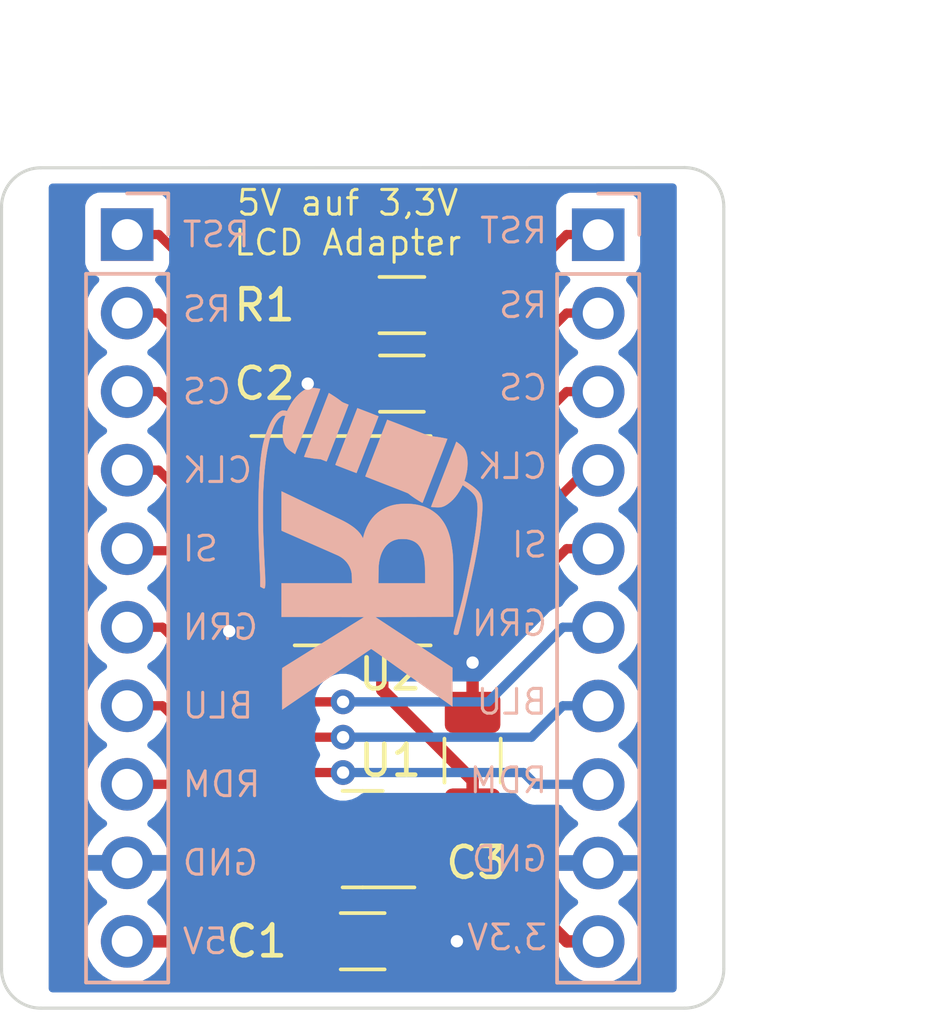
<source format=kicad_pcb>
(kicad_pcb (version 20211014) (generator pcbnew)
  (title_block (rev "1"))
  (layers (0 "F.Cu" signal "Front") (31 "B.Cu" signal "Back") (34 "B.Paste" user) (35 "F.Paste" user) (36 "B.SilkS" user "B.Silkscreen") (37 "F.SilkS" user "F.Silkscreen") (38 "B.Mask" user) (39 "F.Mask" user) (44 "Edge.Cuts" user))
  (net 0 "")
  (net 1 "+5V")
  (net 2 "GND")
  (net 3 "+3V3")
  (net 4 "/RST_{IN}")
  (net 5 "/RS_{IN}")
  (net 6 "/CS_{IN}")
  (net 7 "/CLKT_{IN}")
  (net 8 "/SI_{IN}")
  (net 9 "/GREEN_{IN}")
  (net 10 "/BLUE_{IN}")
  (net 11 "/RED{slash}MONO_{IN}")
  (net 12 "/RST_{OUT}")
  (net 13 "/RS_{OUT}")
  (net 14 "/CS_{OUT}")
  (net 15 "/CLKT_{OUT}")
  (net 16 "/SI_{OUT}")
  (net 20 "Net-(R1-Pad2)")
  (footprint "Capacitor_SMD:C_1206_3216Metric_Pad1.33x1.80mm_HandSolder" (layer "F.Cu") (at 114.3 66.416 180)
    (fp_text reference "C2" (at 4.445 0) (layer "F.SilkS"))
    (fp_text value "100n")
    (pad "1" smd roundrect (at -1.5625 0 180) (size 1.325 1.8) (layers "F.Cu" "F.Paste" "F.Mask") (roundrect_rratio 0.188679) (net 3 "+3V3"))
    (pad "2" smd roundrect (at 1.5625 0 180) (size 1.325 1.8) (layers "F.Cu" "F.Paste" "F.Mask") (roundrect_rratio 0.188679) (net 2 "GND"))
  )
  (footprint "Package_TO_SOT_SMD:SOT-23" (layer "F.Cu") (at 113.03 81.148 180)
    (fp_text reference "U1" (at -0.889 2.54) (layer "F.SilkS"))
    (fp_text value "MCP1700-3302E_SOT23" hide)
    (pad "1" smd roundrect (at -0.9375 -0.95 180) (size 1.475 0.6) (layers "F.Cu" "F.Paste" "F.Mask") (net 2 "GND"))
    (pad "2" smd roundrect (at -0.9375 0.95 180) (size 1.475 0.6) (layers "F.Cu" "F.Paste" "F.Mask") (net 3 "+3V3"))
    (pad "3" smd roundrect (at 0.9375 0 180) (size 1.475 0.6) (layers "F.Cu" "F.Paste" "F.Mask") (net 1 "+5V"))
  )
  (footprint "Package_SO:TSSOP-20_4.4x6.5mm_P0.65mm" (layer "F.Cu") (at 113.03 71.496)
    (fp_text reference "U2" (at 0.889 4.318) (layer "F.SilkS"))
    (fp_text value "74LVC245A" hide)
    (pad "1" smd roundrect (at -2.8625 -2.925) (size 1.475 0.4) (layers "F.Cu" "F.Paste" "F.Mask") (net 20 "Net-(R1-Pad2)"))
    (pad "2" smd roundrect (at -2.8625 -2.275) (size 1.475 0.4) (layers "F.Cu" "F.Paste" "F.Mask") (net 4 "/RST_{IN}"))
    (pad "3" smd roundrect (at -2.8625 -1.625) (size 1.475 0.4) (layers "F.Cu" "F.Paste" "F.Mask") (net 5 "/RS_{IN}"))
    (pad "4" smd roundrect (at -2.8625 -0.975) (size 1.475 0.4) (layers "F.Cu" "F.Paste" "F.Mask") (net 6 "/CS_{IN}"))
    (pad "5" smd roundrect (at -2.8625 -0.325) (size 1.475 0.4) (layers "F.Cu" "F.Paste" "F.Mask") (net 7 "/CLKT_{IN}"))
    (pad "6" smd roundrect (at -2.8625 0.325) (size 1.475 0.4) (layers "F.Cu" "F.Paste" "F.Mask") (net 8 "/SI_{IN}"))
    (pad "7" smd roundrect (at -2.8625 0.975) (size 1.475 0.4) (layers "F.Cu" "F.Paste" "F.Mask") (net 2 "GND"))
    (pad "8" smd roundrect (at -2.8625 1.625) (size 1.475 0.4) (layers "F.Cu" "F.Paste" "F.Mask") (net 2 "GND"))
    (pad "9" smd roundrect (at -2.8625 2.275) (size 1.475 0.4) (layers "F.Cu" "F.Paste" "F.Mask") (net 2 "GND"))
    (pad "10" smd roundrect (at -2.8625 2.925) (size 1.475 0.4) (layers "F.Cu" "F.Paste" "F.Mask") (net 2 "GND"))
    (pad "11" smd roundrect (at 2.8625 2.925) (size 1.475 0.4) (layers "F.Cu" "F.Paste" "F.Mask"))
    (pad "12" smd roundrect (at 2.8625 2.275) (size 1.475 0.4) (layers "F.Cu" "F.Paste" "F.Mask"))
    (pad "13" smd roundrect (at 2.8625 1.625) (size 1.475 0.4) (layers "F.Cu" "F.Paste" "F.Mask"))
    (pad "14" smd roundrect (at 2.8625 0.975) (size 1.475 0.4) (layers "F.Cu" "F.Paste" "F.Mask") (net 16 "/SI_{OUT}"))
    (pad "15" smd roundrect (at 2.8625 0.325) (size 1.475 0.4) (layers "F.Cu" "F.Paste" "F.Mask") (net 15 "/CLKT_{OUT}"))
    (pad "16" smd roundrect (at 2.8625 -0.325) (size 1.475 0.4) (layers "F.Cu" "F.Paste" "F.Mask") (net 14 "/CS_{OUT}"))
    (pad "17" smd roundrect (at 2.8625 -0.975) (size 1.475 0.4) (layers "F.Cu" "F.Paste" "F.Mask") (net 13 "/RS_{OUT}"))
    (pad "18" smd roundrect (at 2.8625 -1.625) (size 1.475 0.4) (layers "F.Cu" "F.Paste" "F.Mask") (net 12 "/RST_{OUT}"))
    (pad "19" smd roundrect (at 2.8625 -2.275) (size 1.475 0.4) (layers "F.Cu" "F.Paste" "F.Mask") (net 2 "GND"))
    (pad "20" smd roundrect (at 2.8625 -2.925) (size 1.475 0.4) (layers "F.Cu" "F.Paste" "F.Mask") (net 3 "+3V3"))
  )
  (footprint "Capacitor_SMD:C_1206_3216Metric_Pad1.33x1.80mm_HandSolder" (layer "F.Cu") (at 116.586 78.608 90)
    (fp_text reference "C3" (at -3.302 0.127) (layer "F.SilkS"))
    (fp_text value "1u")
    (pad "1" smd roundrect (at -1.5625 0 90) (size 1.325 1.8) (layers "F.Cu" "F.Paste" "F.Mask") (roundrect_rratio 0.188679) (net 3 "+3V3"))
    (pad "2" smd roundrect (at 1.5625 0 90) (size 1.325 1.8) (layers "F.Cu" "F.Paste" "F.Mask") (roundrect_rratio 0.188679) (net 2 "GND"))
  )
  (footprint "Resistor_SMD:R_1206_3216Metric_Pad1.30x1.75mm_HandSolder" (layer "F.Cu") (at 114.3 63.876 180)
    (fp_text reference "R1" (at 4.445 0) (layer "F.SilkS"))
    (fp_text value "10k" hide)
    (pad "1" smd roundrect (at -1.55 0 180) (size 1.3 1.75) (layers "F.Cu" "F.Paste" "F.Mask") (roundrect_rratio 0.192308) (net 3 "+3V3"))
    (pad "2" smd roundrect (at 1.55 0 180) (size 1.3 1.75) (layers "F.Cu" "F.Paste" "F.Mask") (roundrect_rratio 0.192308) (net 20 "Net-(R1-Pad2)"))
  )
  (footprint "Capacitor_SMD:C_1206_3216Metric_Pad1.33x1.80mm_HandSolder" (layer "F.Cu") (at 113.03 84.45)
    (fp_text reference "C1" (at -3.429 0 180) (layer "F.SilkS"))
    (fp_text value "1u")
    (pad "1" smd roundrect (at -1.5625 0) (size 1.325 1.8) (layers "F.Cu" "F.Paste" "F.Mask") (roundrect_rratio 0.188679) (net 1 "+5V"))
    (pad "2" smd roundrect (at 1.5625 0) (size 1.325 1.8) (layers "F.Cu" "F.Paste" "F.Mask") (roundrect_rratio 0.188679) (net 2 "GND"))
  )
  (footprint "MySymbol:KR-Logo_10.4x7.2mm_SilkScreen" (layer "B.Cu") (at 113.284 71.755 90)
    (fp_text reference "G***" hide)
    (fp_text value "KR-Logo-10.4mm-SilkScreen" hide)
  )
  (footprint "Connector_PinHeader_2.54mm:PinHeader_1x10_P2.54mm_Vertical" (layer "B.Cu") (at 120.65 61.6 180)
    (fp_text reference "J2" hide)
    (fp_text value "Conn_01x10")
    (pad "1" thru_hole rect (at 0 0 180) (size 1.7 1.7) (drill 1) (layers *.Cu *.Mask) (net 12 "/RST_{OUT}"))
    (pad "2" thru_hole oval (at 0 -2.54 180) (size 1.7 1.7) (drill 1) (layers *.Cu *.Mask) (net 13 "/RS_{OUT}"))
    (pad "3" thru_hole oval (at 0 -5.08 180) (size 1.7 1.7) (drill 1) (layers *.Cu *.Mask) (net 14 "/CS_{OUT}"))
    (pad "4" thru_hole oval (at 0 -7.62 180) (size 1.7 1.7) (drill 1) (layers *.Cu *.Mask) (net 15 "/CLKT_{OUT}"))
    (pad "5" thru_hole oval (at 0 -10.16 180) (size 1.7 1.7) (drill 1) (layers *.Cu *.Mask) (net 16 "/SI_{OUT}"))
    (pad "6" thru_hole oval (at 0 -12.7 180) (size 1.7 1.7) (drill 1) (layers *.Cu *.Mask) (net 9 "/GREEN_{IN}"))
    (pad "7" thru_hole oval (at 0 -15.24 180) (size 1.7 1.7) (drill 1) (layers *.Cu *.Mask) (net 10 "/BLUE_{IN}"))
    (pad "8" thru_hole oval (at 0 -17.78 180) (size 1.7 1.7) (drill 1) (layers *.Cu *.Mask) (net 11 "/RED{slash}MONO_{IN}"))
    (pad "9" thru_hole oval (at 0 -20.32 180) (size 1.7 1.7) (drill 1) (layers *.Cu *.Mask) (net 2 "GND"))
    (pad "10" thru_hole oval (at 0 -22.86 180) (size 1.7 1.7) (drill 1) (layers *.Cu *.Mask) (net 3 "+3V3"))
  )
  (footprint "Connector_PinHeader_2.54mm:PinHeader_1x10_P2.54mm_Vertical" (layer "B.Cu") (at 105.41 61.595 180)
    (fp_text reference "J1" hide)
    (fp_text value "Conn_01x10")
    (pad "1" thru_hole rect (at 0 0 180) (size 1.7 1.7) (drill 1) (layers *.Cu *.Mask) (net 4 "/RST_{IN}"))
    (pad "2" thru_hole oval (at 0 -2.54 180) (size 1.7 1.7) (drill 1) (layers *.Cu *.Mask) (net 5 "/RS_{IN}"))
    (pad "3" thru_hole oval (at 0 -5.08 180) (size 1.7 1.7) (drill 1) (layers *.Cu *.Mask) (net 6 "/CS_{IN}"))
    (pad "4" thru_hole oval (at 0 -7.62 180) (size 1.7 1.7) (drill 1) (layers *.Cu *.Mask) (net 7 "/CLKT_{IN}"))
    (pad "5" thru_hole oval (at 0 -10.16 180) (size 1.7 1.7) (drill 1) (layers *.Cu *.Mask) (net 8 "/SI_{IN}"))
    (pad "6" thru_hole oval (at 0 -12.7 180) (size 1.7 1.7) (drill 1) (layers *.Cu *.Mask) (net 9 "/GREEN_{IN}"))
    (pad "7" thru_hole oval (at 0 -15.24 180) (size 1.7 1.7) (drill 1) (layers *.Cu *.Mask) (net 10 "/BLUE_{IN}"))
    (pad "8" thru_hole oval (at 0 -17.78 180) (size 1.7 1.7) (drill 1) (layers *.Cu *.Mask) (net 11 "/RED{slash}MONO_{IN}"))
    (pad "9" thru_hole oval (at 0 -20.32 180) (size 1.7 1.7) (drill 1) (layers *.Cu *.Mask) (net 2 "GND"))
    (pad "10" thru_hole oval (at 0 -22.86 180) (size 1.7 1.7) (drill 1) (layers *.Cu *.Mask) (net 1 "+5V"))
  )
  (gr_line (start 123.444 86.614) (end 102.616 86.614) (layer "Edge.Cuts") (width 0.1))
  (gr_arc (start 102.616 86.614) (mid 101.717974 86.242026) (end 101.346 85.344) (layer "Edge.Cuts") (width 0.1))
  (gr_line (start 102.616 59.436) (end 123.444 59.43) (layer "Edge.Cuts") (width 0.1))
  (gr_line (start 101.346 85.344) (end 101.346 60.706) (layer "Edge.Cuts") (width 0.1))
  (gr_arc (start 101.346 60.706) (mid 101.717974 59.807974) (end 102.616 59.436) (layer "Edge.Cuts") (width 0.1))
  (gr_arc (start 123.444 59.43) (mid 124.342026 59.801974) (end 124.714 60.7) (layer "Edge.Cuts") (width 0.1))
  (gr_line (start 124.714 60.7) (end 124.714 85.344) (layer "Edge.Cuts") (width 0.1))
  (gr_arc (start 124.714 85.344) (mid 124.342026 86.242026) (end 123.444 86.614) (layer "Edge.Cuts") (width 0.1))
  (gr_text "RST" (at 117.913143 61.468) (layer "B.SilkS") (effects (font (size 0.8 0.8) (thickness 0.1)) (justify mirror)))
  (gr_text "RDM" (at 108.464334 79.375) (layer "B.SilkS") (effects (font (size 0.8 0.8) (thickness 0.1)) (justify mirror)))
  (gr_text "3,3V" (at 117.70362 84.328) (layer "B.SilkS") (effects (font (size 0.8 0.8) (thickness 0.1)) (justify mirror)))
  (gr_text "CLK" (at 108.331 69.215) (layer "B.SilkS") (effects (font (size 0.8 0.8) (thickness 0.1)) (justify mirror)))
  (gr_text "RS" (at 107.988143 64.008) (layer "B.SilkS") (effects (font (size 0.8 0.8) (thickness 0.1)) (justify mirror)))
  (gr_text "GRN" (at 117.77981 74.168) (layer "B.SilkS") (effects (font (size 0.8 0.8) (thickness 0.1)) (justify mirror)))
  (gr_text "CS" (at 118.217905 66.548) (layer "B.SilkS") (effects (font (size 0.8 0.8) (thickness 0.1)) (justify mirror)))
  (gr_text "RST" (at 108.292905 61.595) (layer "B.SilkS") (effects (font (size 0.8 0.8) (thickness 0.1)) (justify mirror)))
  (gr_text "SI" (at 118.427429 71.628) (layer "B.SilkS") (effects (font (size 0.8 0.8) (thickness 0.1)) (justify mirror)))
  (gr_text "GND\n" (at 108.426238 81.915) (layer "B.SilkS") (effects (font (size 0.8 0.8) (thickness 0.1)) (justify mirror)))
  (gr_text "5V" (at 107.931 84.455) (layer "B.SilkS") (effects (font (size 0.8 0.8) (thickness 0.1)) (justify mirror)))
  (gr_text "BLU" (at 117.856 76.708) (layer "B.SilkS") (effects (font (size 0.8 0.8) (thickness 0.1)) (justify mirror)))
  (gr_text "SI" (at 107.778619 71.755) (layer "B.SilkS") (effects (font (size 0.8 0.8) (thickness 0.1)) (justify mirror)))
  (gr_text "GND\n" (at 117.77981 81.788) (layer "B.SilkS") (effects (font (size 0.8 0.8) (thickness 0.1)) (justify mirror)))
  (gr_text "CLK" (at 117.875048 69.088) (layer "B.SilkS") (effects (font (size 0.8 0.8) (thickness 0.1)) (justify mirror)))
  (gr_text "CS" (at 107.988143 66.675) (layer "B.SilkS") (effects (font (size 0.8 0.8) (thickness 0.1)) (justify mirror)))
  (gr_text "RDM" (at 117.741714 79.248) (layer "B.SilkS") (effects (font (size 0.8 0.8) (thickness 0.1)) (justify mirror)))
  (gr_text "GRN" (at 108.426238 74.295) (layer "B.SilkS") (effects (font (size 0.8 0.8) (thickness 0.1)) (justify mirror)))
  (gr_text "RS" (at 118.217905 63.881) (layer "B.SilkS") (effects (font (size 0.8 0.8) (thickness 0.1)) (justify mirror)))
  (gr_text "BLU" (at 108.350048 76.835) (layer "B.SilkS") (effects (font (size 0.8 0.8) (thickness 0.1)) (justify mirror)))
  (gr_text "5V auf 3,3V\nLCD Adapter" (at 112.542499 61.214) (layer "F.SilkS") (effects (font (size 0.8 0.8) (thickness 0.1))))
  (segment (start 112.0925 81.148) (end 112.0925 82.0855) (width 0.4) (layer "F.Cu") (net 1))
  (segment (start 111.4675 82.7105) (end 111.4675 84.45) (width 0.4) (layer "F.Cu") (net 1))
  (segment (start 105.41 84.455) (end 111.4625 84.455) (width 0.4) (layer "F.Cu") (net 1))
  (segment (start 112.0925 82.0855) (end 111.4675 82.7105) (width 0.4) (layer "F.Cu") (net 1))
  (segment (start 108.713 74.421) (end 108.712 74.422) (width 0.4) (layer "F.Cu") (net 2))
  (segment (start 115.189 75.438) (end 114.554 74.803) (width 0.4) (layer "F.Cu") (net 2))
  (segment (start 114.554 69.579431) (end 114.912431 69.221) (width 0.4) (layer "F.Cu") (net 2))
  (segment (start 116.586 75.438) (end 115.189 75.438) (width 0.4) (layer "F.Cu") (net 2))
  (segment (start 110.1675 73.121) (end 110.1675 72.471) (width 0.4) (layer "F.Cu") (net 2))
  (segment (start 114.912431 69.221) (end 115.8925 69.221) (width 0.4) (layer "F.Cu") (net 2))
  (segment (start 112.7375 66.416) (end 111.252 66.416) (width 0.4) (layer "F.Cu") (net 2))
  (segment (start 114.5925 84.45) (end 114.5925 83.4725) (width 0.4) (layer "F.Cu") (net 2))
  (segment (start 110.1675 74.421) (end 108.713 74.421) (width 0.4) (layer "F.Cu") (net 2))
  (segment (start 114.554 74.803) (end 114.554 69.579431) (width 0.4) (layer "F.Cu") (net 2))
  (segment (start 110.1675 73.771) (end 110.1675 73.121) (width 0.4) (layer "F.Cu") (net 2))
  (segment (start 113.9675 82.8475) (end 113.9675 82.098) (width 0.4) (layer "F.Cu") (net 2))
  (segment (start 110.1675 74.421) (end 110.1675 73.771) (width 0.4) (layer "F.Cu") (net 2))
  (segment (start 116.586 75.438) (end 116.586 77.0455) (width 0.4) (layer "F.Cu") (net 2))
  (segment (start 114.5925 83.4725) (end 113.9675 82.8475) (width 0.4) (layer "F.Cu") (net 2))
  (segment (start 114.5925 84.45) (end 116.078 84.45) (width 0.5) (layer "F.Cu") (net 2))
  (via (at 116.078 84.45) (size 0.8) (drill 0.4) (layers "F.Cu" "B.Cu") (net 2))
  (via (at 108.712 74.422) (size 0.8) (drill 0.4) (layers "F.Cu" "B.Cu") (net 2))
  (via (at 111.252 66.416) (size 0.8) (drill 0.4) (layers "F.Cu" "B.Cu") (net 2))
  (via (at 116.586 75.438) (size 0.8) (drill 0.4) (layers "F.Cu" "B.Cu") (net 2))
  (segment (start 120.65 84.455) (end 119.639 84.455) (width 0.4) (layer "F.Cu") (net 3))
  (segment (start 116.586 81.402) (end 116.586 79.248) (width 0.4) (layer "F.Cu") (net 3))
  (segment (start 113.665 67.691) (end 114.94 66.416) (width 0.4) (layer "F.Cu") (net 3))
  (segment (start 115.8625 66.416) (end 115.8625 63.8885) (width 0.4) (layer "F.Cu") (net 3))
  (segment (start 113.665 76.327) (end 113.665 67.691) (width 0.4) (layer "F.Cu") (net 3))
  (segment (start 119.639 84.455) (end 116.586 81.402) (width 0.4) (layer "F.Cu") (net 3))
  (segment (start 115.8925 68.571) (end 115.8925 66.446) (width 0.4) (layer "F.Cu") (net 3))
  (segment (start 116.586 79.248) (end 113.665 76.327) (width 0.4) (layer "F.Cu") (net 3))
  (segment (start 113.9675 80.198) (end 116.3045 80.198) (width 0.5) (layer "F.Cu") (net 3))
  (segment (start 114.94 66.416) (end 115.8625 66.416) (width 0.4) (layer "F.Cu") (net 3))
  (segment (start 110.1675 69.221) (end 109.373138 69.221) (width 0.3) (layer "F.Cu") (net 4))
  (segment (start 108.66804 68.515902) (end 108.66804 63.83204) (width 0.3) (layer "F.Cu") (net 4))
  (segment (start 106.431 61.595) (end 105.41 61.595) (width 0.3) (layer "F.Cu") (net 4))
  (segment (start 109.373138 69.221) (end 108.66804 68.515902) (width 0.3) (layer "F.Cu") (net 4))
  (segment (start 108.66804 63.83204) (end 106.431 61.595) (width 0.3) (layer "F.Cu") (net 4))
  (segment (start 109.119 69.871) (end 108.11852 68.87052) (width 0.3) (layer "F.Cu") (net 5))
  (segment (start 106.431 64.135) (end 105.41 64.135) (width 0.3) (layer "F.Cu") (net 5))
  (segment (start 108.11852 65.82252) (end 106.431 64.135) (width 0.3) (layer "F.Cu") (net 5))
  (segment (start 110.1675 69.871) (end 109.119 69.871) (width 0.3) (layer "F.Cu") (net 5))
  (segment (start 108.11852 68.87052) (end 108.11852 65.82252) (width 0.3) (layer "F.Cu") (net 5))
  (segment (start 108.753 70.521) (end 107.569 69.337) (width 0.3) (layer "F.Cu") (net 6))
  (segment (start 106.431 66.675) (end 105.41 66.675) (width 0.3) (layer "F.Cu") (net 6))
  (segment (start 107.569 67.813) (end 106.431 66.675) (width 0.3) (layer "F.Cu") (net 6))
  (segment (start 110.1675 70.521) (end 108.753 70.521) (width 0.3) (layer "F.Cu") (net 6))
  (segment (start 107.569 69.337) (end 107.569 67.813) (width 0.3) (layer "F.Cu") (net 6))
  (segment (start 106.426 69.215) (end 105.41 69.215) (width 0.3) (layer "F.Cu") (net 7))
  (segment (start 108.382 71.171) (end 106.426 69.215) (width 0.3) (layer "F.Cu") (net 7))
  (segment (start 110.1675 71.171) (end 108.382 71.171) (width 0.3) (layer "F.Cu") (net 7))
  (segment (start 105.476 71.821) (end 110.1675 71.821) (width 0.3) (layer "F.Cu") (net 8))
  (segment (start 106.553 74.295) (end 105.41 74.295) (width 0.3) (layer "F.Cu") (net 9))
  (segment (start 112.395 76.708) (end 108.966 76.708) (width 0.3) (layer "F.Cu") (net 9))
  (segment (start 108.966 76.708) (end 106.553 74.295) (width 0.3) (layer "F.Cu") (net 9))
  (via (at 112.395 76.708) (size 0.8) (drill 0.4) (layers "F.Cu" "B.Cu") (net 9))
  (segment (start 112.395 76.708) (end 117.094 76.708) (width 0.3) (layer "B.Cu") (net 9))
  (segment (start 117.094 76.708) (end 119.507 74.295) (width 0.3) (layer "B.Cu") (net 9))
  (segment (start 119.507 74.295) (end 120.65 74.295) (width 0.3) (layer "B.Cu") (net 9))
  (segment (start 106.553 76.835) (end 105.41 76.835) (width 0.3) (layer "F.Cu") (net 10))
  (segment (start 112.395 77.851) (end 107.569 77.851) (width 0.3) (layer "F.Cu") (net 10))
  (segment (start 107.569 77.851) (end 106.553 76.835) (width 0.3) (layer "F.Cu") (net 10))
  (via (at 112.395 77.851) (size 0.8) (drill 0.4) (layers "F.Cu" "B.Cu") (net 10))
  (segment (start 118.491 77.851) (end 119.507 76.835) (width 0.3) (layer "B.Cu") (net 10))
  (segment (start 112.395 77.851) (end 118.491 77.851) (width 0.3) (layer "B.Cu") (net 10))
  (segment (start 119.507 76.835) (end 120.65 76.835) (width 0.3) (layer "B.Cu") (net 10))
  (segment (start 107.696 78.994) (end 107.315 79.375) (width 0.3) (layer "F.Cu") (net 11))
  (segment (start 112.395 78.994) (end 107.696 78.994) (width 0.3) (layer "F.Cu") (net 11))
  (segment (start 107.315 79.375) (end 105.41 79.375) (width 0.3) (layer "F.Cu") (net 11))
  (via (at 112.395 78.994) (size 0.8) (drill 0.4) (layers "F.Cu" "B.Cu") (net 11))
  (segment (start 118.237 78.994) (end 118.618 79.375) (width 0.3) (layer "B.Cu") (net 11))
  (segment (start 112.395 78.994) (end 118.237 78.994) (width 0.3) (layer "B.Cu") (net 11))
  (segment (start 118.618 79.375) (end 120.65 79.375) (width 0.3) (layer "B.Cu") (net 11))
  (segment (start 117.602 69.464) (end 117.602 63.622) (width 0.3) (layer "F.Cu") (net 12))
  (segment (start 115.8925 69.871) (end 117.195 69.871) (width 0.3) (layer "F.Cu") (net 12))
  (segment (start 117.602 63.622) (end 119.629 61.595) (width 0.3) (layer "F.Cu") (net 12))
  (segment (start 119.629 61.595) (end 120.65 61.595) (width 0.3) (layer "F.Cu") (net 12))
  (segment (start 117.195 69.871) (end 117.602 69.464) (width 0.3) (layer "F.Cu") (net 12))
  (segment (start 115.8925 70.521) (end 117.388586 70.521) (width 0.3) (layer "F.Cu") (net 13))
  (segment (start 118.180342 69.729244) (end 118.19548 69.729244) (width 0.3) (layer "F.Cu") (net 13))
  (segment (start 118.19548 65.56852) (end 119.629 64.135) (width 0.3) (layer "F.Cu") (net 13))
  (segment (start 118.19548 69.729244) (end 118.19548 65.56852) (width 0.3) (layer "F.Cu") (net 13))
  (segment (start 117.388586 70.521) (end 118.180342 69.729244) (width 0.3) (layer "F.Cu") (net 13))
  (segment (start 119.629 64.135) (end 120.65 64.135) (width 0.3) (layer "F.Cu") (net 13))
  (segment (start 119.629 66.675) (end 120.65 66.675) (width 0.3) (layer "F.Cu") (net 14))
  (segment (start 117.515724 71.171) (end 118.030762 70.655962) (width 0.3) (layer "F.Cu") (net 14))
  (segment (start 118.745 67.559) (end 119.629 66.675) (width 0.3) (layer "F.Cu") (net 14))
  (segment (start 118.030762 70.655962) (end 118.0459 70.655962) (width 0.3) (layer "F.Cu") (net 14))
  (segment (start 115.8925 71.171) (end 117.515724 71.171) (width 0.3) (layer "F.Cu") (net 14))
  (segment (start 118.0459 70.655962) (end 118.745 69.956862) (width 0.3) (layer "F.Cu") (net 14))
  (segment (start 118.745 69.956862) (end 118.745 67.559) (width 0.3) (layer "F.Cu") (net 14))
  (segment (start 117.658 71.821) (end 120.264 69.215) (width 0.3) (layer "F.Cu") (net 15))
  (segment (start 115.8925 71.821) (end 117.658 71.821) (width 0.3) (layer "F.Cu") (net 15))
  (segment (start 115.8925 72.471) (end 118.913 72.471) (width 0.3) (layer "F.Cu") (net 16))
  (segment (start 119.629 71.755) (end 120.65 71.755) (width 0.3) (layer "F.Cu") (net 16))
  (segment (start 118.913 72.471) (end 119.629 71.755) (width 0.3) (layer "F.Cu") (net 16))
  (segment (start 110.871 63.876) (end 112.75 63.876) (width 0.3) (layer "F.Cu") (net 20))
  (segment (start 110.1675 64.5795) (end 110.871 63.876) (width 0.3) (layer "F.Cu") (net 20))
  (segment (start 110.1675 68.571) (end 110.1675 64.5795) (width 0.3) (layer "F.Cu") (net 20))
  (zone (net 2) (net_name "GND") (layer "B.Cu") (name "Ground-Back") (connect_pads (clearance 0.508)) (min_thickness 0.254) (fill yes (thermal_gap 0.508) (thermal_bridge_width 0.508))
    (polygon (pts (xy 123.19 86.614) (xy 102.87 86.614) (xy 102.871661 59.4241) (xy 123.191661 59.5511)))
  )
)
</source>
